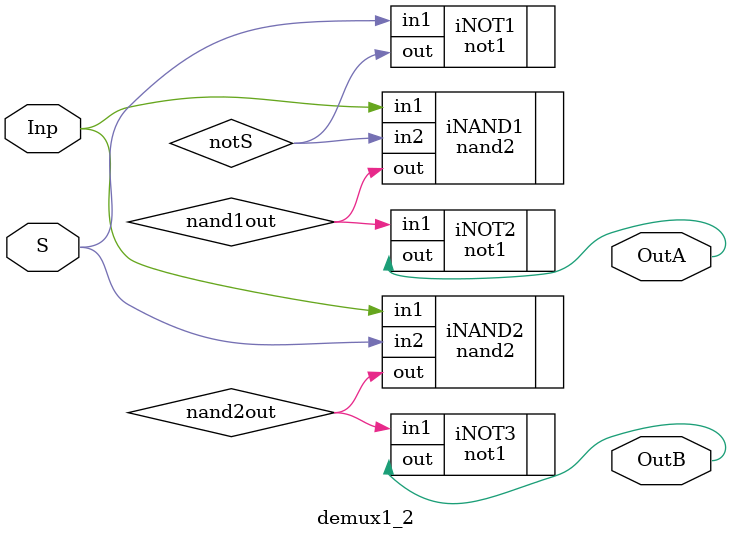
<source format=v>
module demux1_2(Inp, S, OutA, OutB);

input Inp, S;
output OutA, OutB;

wire notS, nand1out, nand2out;

not1 iNOT1(.out(notS), .in1(S));
nand2 iNAND1(.in1(Inp), .in2(notS), .out(nand1out));
nand2 iNAND2(.in1(Inp), .in2(S), .out(nand2out));
not1 iNOT2(.out(OutA), .in1(nand1out));
not1 iNOT3(.out(OutB), .in1(nand2out));
endmodule

</source>
